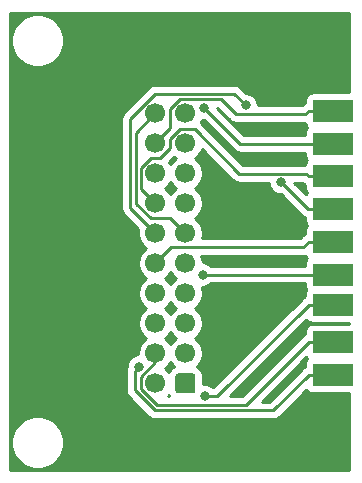
<source format=gbr>
%TF.GenerationSoftware,KiCad,Pcbnew,(5.1.9)-1*%
%TF.CreationDate,2021-07-05T16:45:00-04:00*%
%TF.ProjectId,Amiga2MacFloppy,416d6967-6132-44d6-9163-466c6f707079,1.0*%
%TF.SameCoordinates,Original*%
%TF.FileFunction,Copper,L2,Bot*%
%TF.FilePolarity,Positive*%
%FSLAX46Y46*%
G04 Gerber Fmt 4.6, Leading zero omitted, Abs format (unit mm)*
G04 Created by KiCad (PCBNEW (5.1.9)-1) date 2021-07-05 16:45:00*
%MOMM*%
%LPD*%
G01*
G04 APERTURE LIST*
%TA.AperFunction,ComponentPad*%
%ADD10C,1.700000*%
%TD*%
%TA.AperFunction,SMDPad,CuDef*%
%ADD11R,3.480000X1.846667*%
%TD*%
%TA.AperFunction,ViaPad*%
%ADD12C,0.800000*%
%TD*%
%TA.AperFunction,Conductor*%
%ADD13C,0.250000*%
%TD*%
%TA.AperFunction,NonConductor*%
%ADD14C,0.254000*%
%TD*%
%TA.AperFunction,NonConductor*%
%ADD15C,0.100000*%
%TD*%
G04 APERTURE END LIST*
D10*
%TO.P,J2,20*%
%TO.N,PWM*%
X143428000Y-97333000D03*
%TO.P,J2,18*%
%TO.N,WR*%
X143428000Y-99873000D03*
%TO.P,J2,16*%
%TO.N,RD*%
X143428000Y-102413000D03*
%TO.P,J2,14*%
%TO.N,_ENABLE*%
X143428000Y-104953000D03*
%TO.P,J2,12*%
%TO.N,SEL*%
X143428000Y-107493000D03*
%TO.P,J2,10*%
%TO.N,_DKWE*%
X143428000Y-110033000D03*
%TO.P,J2,8*%
%TO.N,PH3*%
X143428000Y-112573000D03*
%TO.P,J2,6*%
%TO.N,PH2*%
X143428000Y-115113000D03*
%TO.P,J2,4*%
%TO.N,DIR*%
X143428000Y-117653000D03*
%TO.P,J2,2*%
%TO.N,PH0*%
X143428000Y-120193000D03*
%TO.P,J2,19*%
%TO.N,N/C*%
X145968000Y-97333000D03*
%TO.P,J2,17*%
X145968000Y-99873000D03*
%TO.P,J2,15*%
%TO.N,+12V*%
X145968000Y-102413000D03*
%TO.P,J2,13*%
X145968000Y-104953000D03*
%TO.P,J2,11*%
%TO.N,PWM*%
X145968000Y-107493000D03*
%TO.P,J2,9*%
%TO.N,N/C*%
X145968000Y-110033000D03*
%TO.P,J2,7*%
%TO.N,GND*%
X145968000Y-112573000D03*
%TO.P,J2,5*%
X145968000Y-115113000D03*
%TO.P,J2,3*%
X145968000Y-117653000D03*
%TO.P,J2,1*%
%TA.AperFunction,ComponentPad*%
G36*
G01*
X146818000Y-119593000D02*
X146818000Y-120793000D01*
G75*
G02*
X146568000Y-121043000I-250000J0D01*
G01*
X145368000Y-121043000D01*
G75*
G02*
X145118000Y-120793000I0J250000D01*
G01*
X145118000Y-119593000D01*
G75*
G02*
X145368000Y-119343000I250000J0D01*
G01*
X146568000Y-119343000D01*
G75*
G02*
X146818000Y-119593000I0J-250000D01*
G01*
G37*
%TD.AperFunction*%
%TD*%
D11*
%TO.P,J5,11*%
%TO.N,PH0*%
X158468000Y-119465000D03*
%TO.P,J5,12*%
%TO.N,DIR*%
X158468000Y-116695000D03*
%TO.P,J5,13*%
%TO.N,PH2*%
X158468000Y-113527000D03*
%TO.P,J5,14*%
%TO.N,PH3*%
X158468000Y-110982000D03*
%TO.P,J5,15*%
%TO.N,_DKWE*%
X158468000Y-108212000D03*
%TO.P,J5,16*%
%TO.N,SEL*%
X158468000Y-105442000D03*
%TO.P,J5,17*%
%TO.N,_ENABLE*%
X158468000Y-102672000D03*
%TO.P,J5,18*%
%TO.N,RD*%
X158468000Y-99902000D03*
%TO.P,J5,19*%
%TO.N,WR*%
X158468000Y-97132000D03*
%TD*%
D12*
%TO.N,RD*%
X147571600Y-96863000D03*
%TO.N,PH0*%
X142022900Y-118787900D03*
%TO.N,SEL*%
X151073700Y-96665800D03*
X154072900Y-103163000D03*
%TO.N,PH3*%
X147430800Y-110982000D03*
%TO.N,PH2*%
X147631300Y-121297700D03*
%TD*%
D13*
%TO.N,DIR*%
X156402700Y-116695000D02*
X151074700Y-122023000D01*
X151074700Y-122023000D02*
X143566800Y-122023000D01*
X143566800Y-122023000D02*
X142181700Y-120637900D01*
X142181700Y-120637900D02*
X142181700Y-119654900D01*
X142181700Y-119654900D02*
X143428000Y-118408600D01*
X143428000Y-118408600D02*
X143428000Y-117653000D01*
X158468000Y-116695000D02*
X156402700Y-116695000D01*
%TO.N,_DKWE*%
X158468000Y-108212000D02*
X156402700Y-108212000D01*
X156402700Y-108212000D02*
X155943000Y-108671700D01*
X155943000Y-108671700D02*
X144789300Y-108671700D01*
X144789300Y-108671700D02*
X143428000Y-110033000D01*
%TO.N,WR*%
X143428000Y-99873000D02*
X144698000Y-98603000D01*
X144698000Y-98603000D02*
X144698000Y-96928400D01*
X144698000Y-96928400D02*
X145506200Y-96120200D01*
X145506200Y-96120200D02*
X148995000Y-96120200D01*
X148995000Y-96120200D02*
X150276900Y-97402100D01*
X150276900Y-97402100D02*
X156132600Y-97402100D01*
X156132600Y-97402100D02*
X156402700Y-97132000D01*
X158468000Y-97132000D02*
X156402700Y-97132000D01*
%TO.N,RD*%
X158468000Y-99902000D02*
X150610600Y-99902000D01*
X150610600Y-99902000D02*
X147571600Y-96863000D01*
%TO.N,PWM*%
X145968000Y-107493000D02*
X144698000Y-106223000D01*
X144698000Y-106223000D02*
X143016700Y-106223000D01*
X143016700Y-106223000D02*
X141795100Y-105001400D01*
X141795100Y-105001400D02*
X141795100Y-98965900D01*
X141795100Y-98965900D02*
X143428000Y-97333000D01*
%TO.N,PH0*%
X158468000Y-119465000D02*
X156402700Y-119465000D01*
X156402700Y-119465000D02*
X153372800Y-122494900D01*
X153372800Y-122494900D02*
X143401800Y-122494900D01*
X143401800Y-122494900D02*
X141676900Y-120770000D01*
X141676900Y-120770000D02*
X141676900Y-119133900D01*
X141676900Y-119133900D02*
X142022900Y-118787900D01*
%TO.N,SEL*%
X151073700Y-96665800D02*
X150067000Y-95659100D01*
X150067000Y-95659100D02*
X143424200Y-95659100D01*
X143424200Y-95659100D02*
X141307100Y-97776200D01*
X141307100Y-97776200D02*
X141307100Y-105372100D01*
X141307100Y-105372100D02*
X143428000Y-107493000D01*
X158468000Y-105442000D02*
X156351900Y-105442000D01*
X156351900Y-105442000D02*
X154072900Y-103163000D01*
%TO.N,PH3*%
X158468000Y-110982000D02*
X147430800Y-110982000D01*
%TO.N,PH2*%
X156402700Y-113527000D02*
X148632000Y-121297700D01*
X148632000Y-121297700D02*
X147631300Y-121297700D01*
X158468000Y-113527000D02*
X156402700Y-113527000D01*
%TO.N,_ENABLE*%
X156402700Y-102672000D02*
X156168400Y-102437700D01*
X156168400Y-102437700D02*
X150518300Y-102437700D01*
X150518300Y-102437700D02*
X146739900Y-98659300D01*
X146739900Y-98659300D02*
X145515300Y-98659300D01*
X145515300Y-98659300D02*
X144698000Y-99476600D01*
X144698000Y-99476600D02*
X144698000Y-100269400D01*
X144698000Y-100269400D02*
X143824400Y-101143000D01*
X143824400Y-101143000D02*
X143034800Y-101143000D01*
X143034800Y-101143000D02*
X142245400Y-101932400D01*
X142245400Y-101932400D02*
X142245400Y-103770400D01*
X142245400Y-103770400D02*
X143428000Y-104953000D01*
X158468000Y-102672000D02*
X156402700Y-102672000D01*
%TD*%
D14*
X159807760Y-95570595D02*
X156728000Y-95570595D01*
X156603518Y-95582855D01*
X156483820Y-95619165D01*
X156373506Y-95678130D01*
X156276815Y-95757482D01*
X156197463Y-95854173D01*
X156138498Y-95964487D01*
X156102188Y-96084185D01*
X156089928Y-96208667D01*
X156089928Y-96437425D01*
X155978424Y-96497026D01*
X155862699Y-96591999D01*
X155838896Y-96621003D01*
X155817799Y-96642100D01*
X152108700Y-96642100D01*
X152108700Y-96563861D01*
X152068926Y-96363902D01*
X151990905Y-96175544D01*
X151877637Y-96006026D01*
X151733474Y-95861863D01*
X151563956Y-95748595D01*
X151375598Y-95670574D01*
X151175639Y-95630800D01*
X151113502Y-95630800D01*
X150630804Y-95148102D01*
X150607001Y-95119099D01*
X150491276Y-95024126D01*
X150359247Y-94953554D01*
X150215986Y-94910097D01*
X150104333Y-94899100D01*
X150104322Y-94899100D01*
X150067000Y-94895424D01*
X150029678Y-94899100D01*
X143461533Y-94899100D01*
X143424200Y-94895423D01*
X143386867Y-94899100D01*
X143275214Y-94910097D01*
X143131953Y-94953554D01*
X142999924Y-95024126D01*
X142884199Y-95119099D01*
X142860401Y-95148097D01*
X140796103Y-97212396D01*
X140767099Y-97236199D01*
X140730344Y-97280986D01*
X140672126Y-97351924D01*
X140609867Y-97468401D01*
X140601554Y-97483954D01*
X140558097Y-97627215D01*
X140547100Y-97738868D01*
X140547100Y-97738878D01*
X140543424Y-97776200D01*
X140547100Y-97813522D01*
X140547101Y-105334768D01*
X140543424Y-105372100D01*
X140547101Y-105409433D01*
X140558098Y-105521086D01*
X140571280Y-105564542D01*
X140601554Y-105664346D01*
X140672126Y-105796376D01*
X140729492Y-105866276D01*
X140767100Y-105912101D01*
X140796098Y-105935899D01*
X141986790Y-107126592D01*
X141943000Y-107346740D01*
X141943000Y-107639260D01*
X142000068Y-107926158D01*
X142112010Y-108196411D01*
X142274525Y-108439632D01*
X142481368Y-108646475D01*
X142655760Y-108763000D01*
X142481368Y-108879525D01*
X142274525Y-109086368D01*
X142112010Y-109329589D01*
X142000068Y-109599842D01*
X141943000Y-109886740D01*
X141943000Y-110179260D01*
X142000068Y-110466158D01*
X142112010Y-110736411D01*
X142274525Y-110979632D01*
X142481368Y-111186475D01*
X142655760Y-111303000D01*
X142481368Y-111419525D01*
X142274525Y-111626368D01*
X142112010Y-111869589D01*
X142000068Y-112139842D01*
X141943000Y-112426740D01*
X141943000Y-112719260D01*
X142000068Y-113006158D01*
X142112010Y-113276411D01*
X142274525Y-113519632D01*
X142481368Y-113726475D01*
X142655760Y-113843000D01*
X142481368Y-113959525D01*
X142274525Y-114166368D01*
X142112010Y-114409589D01*
X142000068Y-114679842D01*
X141943000Y-114966740D01*
X141943000Y-115259260D01*
X142000068Y-115546158D01*
X142112010Y-115816411D01*
X142274525Y-116059632D01*
X142481368Y-116266475D01*
X142655760Y-116383000D01*
X142481368Y-116499525D01*
X142274525Y-116706368D01*
X142112010Y-116949589D01*
X142000068Y-117219842D01*
X141943000Y-117506740D01*
X141943000Y-117752900D01*
X141920961Y-117752900D01*
X141721002Y-117792674D01*
X141532644Y-117870695D01*
X141363126Y-117983963D01*
X141218963Y-118128126D01*
X141105695Y-118297644D01*
X141027674Y-118486002D01*
X140987900Y-118685961D01*
X140987900Y-118810699D01*
X140971354Y-118841654D01*
X140946073Y-118924999D01*
X140932729Y-118968990D01*
X140927898Y-118984915D01*
X140913224Y-119133900D01*
X140916901Y-119171232D01*
X140916900Y-120732677D01*
X140913224Y-120770000D01*
X140916900Y-120807322D01*
X140916900Y-120807332D01*
X140927897Y-120918985D01*
X140954127Y-121005454D01*
X140971354Y-121062246D01*
X141041926Y-121194276D01*
X141081771Y-121242826D01*
X141136899Y-121310001D01*
X141165903Y-121333804D01*
X142838001Y-123005903D01*
X142861799Y-123034901D01*
X142890797Y-123058699D01*
X142977523Y-123129874D01*
X143109553Y-123200446D01*
X143252814Y-123243903D01*
X143364467Y-123254900D01*
X143364477Y-123254900D01*
X143401800Y-123258576D01*
X143439123Y-123254900D01*
X153335478Y-123254900D01*
X153372800Y-123258576D01*
X153410122Y-123254900D01*
X153410133Y-123254900D01*
X153521786Y-123243903D01*
X153665047Y-123200446D01*
X153797076Y-123129874D01*
X153912801Y-123034901D01*
X153936604Y-123005897D01*
X156198460Y-120744042D01*
X156276815Y-120839518D01*
X156373506Y-120918870D01*
X156483820Y-120977835D01*
X156603518Y-121014145D01*
X156728000Y-121026405D01*
X159807761Y-121026405D01*
X159807761Y-127532960D01*
X131127760Y-127532960D01*
X131127760Y-124972832D01*
X131233000Y-124972832D01*
X131233000Y-125413088D01*
X131318890Y-125844885D01*
X131487369Y-126251629D01*
X131731962Y-126617689D01*
X132043271Y-126928998D01*
X132409331Y-127173591D01*
X132816075Y-127342070D01*
X133247872Y-127427960D01*
X133688128Y-127427960D01*
X134119925Y-127342070D01*
X134526669Y-127173591D01*
X134892729Y-126928998D01*
X135204038Y-126617689D01*
X135448631Y-126251629D01*
X135617110Y-125844885D01*
X135703000Y-125413088D01*
X135703000Y-124972832D01*
X135617110Y-124541035D01*
X135448631Y-124134291D01*
X135204038Y-123768231D01*
X134892729Y-123456922D01*
X134526669Y-123212329D01*
X134119925Y-123043850D01*
X133688128Y-122957960D01*
X133247872Y-122957960D01*
X132816075Y-123043850D01*
X132409331Y-123212329D01*
X132043271Y-123456922D01*
X131731962Y-123768231D01*
X131487369Y-124134291D01*
X131318890Y-124541035D01*
X131233000Y-124972832D01*
X131127760Y-124972832D01*
X131127760Y-90972872D01*
X131233000Y-90972872D01*
X131233000Y-91413128D01*
X131318890Y-91844925D01*
X131487369Y-92251669D01*
X131731962Y-92617729D01*
X132043271Y-92929038D01*
X132409331Y-93173631D01*
X132816075Y-93342110D01*
X133247872Y-93428000D01*
X133688128Y-93428000D01*
X134119925Y-93342110D01*
X134526669Y-93173631D01*
X134892729Y-92929038D01*
X135204038Y-92617729D01*
X135448631Y-92251669D01*
X135617110Y-91844925D01*
X135703000Y-91413128D01*
X135703000Y-90972872D01*
X135617110Y-90541075D01*
X135448631Y-90134331D01*
X135204038Y-89768271D01*
X134892729Y-89456962D01*
X134526669Y-89212369D01*
X134119925Y-89043890D01*
X133688128Y-88958000D01*
X133247872Y-88958000D01*
X132816075Y-89043890D01*
X132409331Y-89212369D01*
X132043271Y-89456962D01*
X131731962Y-89768271D01*
X131487369Y-90134331D01*
X131318890Y-90541075D01*
X131233000Y-90972872D01*
X131127760Y-90972872D01*
X131127760Y-88852960D01*
X159807760Y-88852960D01*
X159807760Y-95570595D01*
%TA.AperFunction,NonConductor*%
D15*
G36*
X159807760Y-95570595D02*
G01*
X156728000Y-95570595D01*
X156603518Y-95582855D01*
X156483820Y-95619165D01*
X156373506Y-95678130D01*
X156276815Y-95757482D01*
X156197463Y-95854173D01*
X156138498Y-95964487D01*
X156102188Y-96084185D01*
X156089928Y-96208667D01*
X156089928Y-96437425D01*
X155978424Y-96497026D01*
X155862699Y-96591999D01*
X155838896Y-96621003D01*
X155817799Y-96642100D01*
X152108700Y-96642100D01*
X152108700Y-96563861D01*
X152068926Y-96363902D01*
X151990905Y-96175544D01*
X151877637Y-96006026D01*
X151733474Y-95861863D01*
X151563956Y-95748595D01*
X151375598Y-95670574D01*
X151175639Y-95630800D01*
X151113502Y-95630800D01*
X150630804Y-95148102D01*
X150607001Y-95119099D01*
X150491276Y-95024126D01*
X150359247Y-94953554D01*
X150215986Y-94910097D01*
X150104333Y-94899100D01*
X150104322Y-94899100D01*
X150067000Y-94895424D01*
X150029678Y-94899100D01*
X143461533Y-94899100D01*
X143424200Y-94895423D01*
X143386867Y-94899100D01*
X143275214Y-94910097D01*
X143131953Y-94953554D01*
X142999924Y-95024126D01*
X142884199Y-95119099D01*
X142860401Y-95148097D01*
X140796103Y-97212396D01*
X140767099Y-97236199D01*
X140730344Y-97280986D01*
X140672126Y-97351924D01*
X140609867Y-97468401D01*
X140601554Y-97483954D01*
X140558097Y-97627215D01*
X140547100Y-97738868D01*
X140547100Y-97738878D01*
X140543424Y-97776200D01*
X140547100Y-97813522D01*
X140547101Y-105334768D01*
X140543424Y-105372100D01*
X140547101Y-105409433D01*
X140558098Y-105521086D01*
X140571280Y-105564542D01*
X140601554Y-105664346D01*
X140672126Y-105796376D01*
X140729492Y-105866276D01*
X140767100Y-105912101D01*
X140796098Y-105935899D01*
X141986790Y-107126592D01*
X141943000Y-107346740D01*
X141943000Y-107639260D01*
X142000068Y-107926158D01*
X142112010Y-108196411D01*
X142274525Y-108439632D01*
X142481368Y-108646475D01*
X142655760Y-108763000D01*
X142481368Y-108879525D01*
X142274525Y-109086368D01*
X142112010Y-109329589D01*
X142000068Y-109599842D01*
X141943000Y-109886740D01*
X141943000Y-110179260D01*
X142000068Y-110466158D01*
X142112010Y-110736411D01*
X142274525Y-110979632D01*
X142481368Y-111186475D01*
X142655760Y-111303000D01*
X142481368Y-111419525D01*
X142274525Y-111626368D01*
X142112010Y-111869589D01*
X142000068Y-112139842D01*
X141943000Y-112426740D01*
X141943000Y-112719260D01*
X142000068Y-113006158D01*
X142112010Y-113276411D01*
X142274525Y-113519632D01*
X142481368Y-113726475D01*
X142655760Y-113843000D01*
X142481368Y-113959525D01*
X142274525Y-114166368D01*
X142112010Y-114409589D01*
X142000068Y-114679842D01*
X141943000Y-114966740D01*
X141943000Y-115259260D01*
X142000068Y-115546158D01*
X142112010Y-115816411D01*
X142274525Y-116059632D01*
X142481368Y-116266475D01*
X142655760Y-116383000D01*
X142481368Y-116499525D01*
X142274525Y-116706368D01*
X142112010Y-116949589D01*
X142000068Y-117219842D01*
X141943000Y-117506740D01*
X141943000Y-117752900D01*
X141920961Y-117752900D01*
X141721002Y-117792674D01*
X141532644Y-117870695D01*
X141363126Y-117983963D01*
X141218963Y-118128126D01*
X141105695Y-118297644D01*
X141027674Y-118486002D01*
X140987900Y-118685961D01*
X140987900Y-118810699D01*
X140971354Y-118841654D01*
X140946073Y-118924999D01*
X140932729Y-118968990D01*
X140927898Y-118984915D01*
X140913224Y-119133900D01*
X140916901Y-119171232D01*
X140916900Y-120732677D01*
X140913224Y-120770000D01*
X140916900Y-120807322D01*
X140916900Y-120807332D01*
X140927897Y-120918985D01*
X140954127Y-121005454D01*
X140971354Y-121062246D01*
X141041926Y-121194276D01*
X141081771Y-121242826D01*
X141136899Y-121310001D01*
X141165903Y-121333804D01*
X142838001Y-123005903D01*
X142861799Y-123034901D01*
X142890797Y-123058699D01*
X142977523Y-123129874D01*
X143109553Y-123200446D01*
X143252814Y-123243903D01*
X143364467Y-123254900D01*
X143364477Y-123254900D01*
X143401800Y-123258576D01*
X143439123Y-123254900D01*
X153335478Y-123254900D01*
X153372800Y-123258576D01*
X153410122Y-123254900D01*
X153410133Y-123254900D01*
X153521786Y-123243903D01*
X153665047Y-123200446D01*
X153797076Y-123129874D01*
X153912801Y-123034901D01*
X153936604Y-123005897D01*
X156198460Y-120744042D01*
X156276815Y-120839518D01*
X156373506Y-120918870D01*
X156483820Y-120977835D01*
X156603518Y-121014145D01*
X156728000Y-121026405D01*
X159807761Y-121026405D01*
X159807761Y-127532960D01*
X131127760Y-127532960D01*
X131127760Y-124972832D01*
X131233000Y-124972832D01*
X131233000Y-125413088D01*
X131318890Y-125844885D01*
X131487369Y-126251629D01*
X131731962Y-126617689D01*
X132043271Y-126928998D01*
X132409331Y-127173591D01*
X132816075Y-127342070D01*
X133247872Y-127427960D01*
X133688128Y-127427960D01*
X134119925Y-127342070D01*
X134526669Y-127173591D01*
X134892729Y-126928998D01*
X135204038Y-126617689D01*
X135448631Y-126251629D01*
X135617110Y-125844885D01*
X135703000Y-125413088D01*
X135703000Y-124972832D01*
X135617110Y-124541035D01*
X135448631Y-124134291D01*
X135204038Y-123768231D01*
X134892729Y-123456922D01*
X134526669Y-123212329D01*
X134119925Y-123043850D01*
X133688128Y-122957960D01*
X133247872Y-122957960D01*
X132816075Y-123043850D01*
X132409331Y-123212329D01*
X132043271Y-123456922D01*
X131731962Y-123768231D01*
X131487369Y-124134291D01*
X131318890Y-124541035D01*
X131233000Y-124972832D01*
X131127760Y-124972832D01*
X131127760Y-90972872D01*
X131233000Y-90972872D01*
X131233000Y-91413128D01*
X131318890Y-91844925D01*
X131487369Y-92251669D01*
X131731962Y-92617729D01*
X132043271Y-92929038D01*
X132409331Y-93173631D01*
X132816075Y-93342110D01*
X133247872Y-93428000D01*
X133688128Y-93428000D01*
X134119925Y-93342110D01*
X134526669Y-93173631D01*
X134892729Y-92929038D01*
X135204038Y-92617729D01*
X135448631Y-92251669D01*
X135617110Y-91844925D01*
X135703000Y-91413128D01*
X135703000Y-90972872D01*
X135617110Y-90541075D01*
X135448631Y-90134331D01*
X135204038Y-89768271D01*
X134892729Y-89456962D01*
X134526669Y-89212369D01*
X134119925Y-89043890D01*
X133688128Y-88958000D01*
X133247872Y-88958000D01*
X132816075Y-89043890D01*
X132409331Y-89212369D01*
X132043271Y-89456962D01*
X131731962Y-89768271D01*
X131487369Y-90134331D01*
X131318890Y-90541075D01*
X131233000Y-90972872D01*
X131127760Y-90972872D01*
X131127760Y-88852960D01*
X159807760Y-88852960D01*
X159807760Y-95570595D01*
G37*
%TD.AperFunction*%
D14*
X156276815Y-118069518D02*
X156289587Y-118080000D01*
X156276815Y-118090482D01*
X156197463Y-118187173D01*
X156138498Y-118297487D01*
X156102188Y-118417185D01*
X156089928Y-118541667D01*
X156089928Y-118770425D01*
X155978424Y-118830026D01*
X155862699Y-118924999D01*
X155838901Y-118953997D01*
X153057999Y-121734900D01*
X152437601Y-121734900D01*
X156198460Y-117974042D01*
X156276815Y-118069518D01*
%TA.AperFunction,NonConductor*%
D15*
G36*
X156276815Y-118069518D02*
G01*
X156289587Y-118080000D01*
X156276815Y-118090482D01*
X156197463Y-118187173D01*
X156138498Y-118297487D01*
X156102188Y-118417185D01*
X156089928Y-118541667D01*
X156089928Y-118770425D01*
X155978424Y-118830026D01*
X155862699Y-118924999D01*
X155838901Y-118953997D01*
X153057999Y-121734900D01*
X152437601Y-121734900D01*
X156198460Y-117974042D01*
X156276815Y-118069518D01*
G37*
%TD.AperFunction*%
D14*
X156276815Y-114901518D02*
X156373506Y-114980870D01*
X156483820Y-115039835D01*
X156603518Y-115076145D01*
X156728000Y-115088405D01*
X159807761Y-115088405D01*
X159807761Y-115133595D01*
X156728000Y-115133595D01*
X156603518Y-115145855D01*
X156483820Y-115182165D01*
X156373506Y-115241130D01*
X156276815Y-115320482D01*
X156197463Y-115417173D01*
X156138498Y-115527487D01*
X156102188Y-115647185D01*
X156089928Y-115771667D01*
X156089928Y-116000425D01*
X155978424Y-116060026D01*
X155862699Y-116154999D01*
X155838901Y-116183997D01*
X150759899Y-121263000D01*
X149741501Y-121263000D01*
X156198460Y-114806042D01*
X156276815Y-114901518D01*
%TA.AperFunction,NonConductor*%
D15*
G36*
X156276815Y-114901518D02*
G01*
X156373506Y-114980870D01*
X156483820Y-115039835D01*
X156603518Y-115076145D01*
X156728000Y-115088405D01*
X159807761Y-115088405D01*
X159807761Y-115133595D01*
X156728000Y-115133595D01*
X156603518Y-115145855D01*
X156483820Y-115182165D01*
X156373506Y-115241130D01*
X156276815Y-115320482D01*
X156197463Y-115417173D01*
X156138498Y-115527487D01*
X156102188Y-115647185D01*
X156089928Y-115771667D01*
X156089928Y-116000425D01*
X155978424Y-116060026D01*
X155862699Y-116154999D01*
X155838901Y-116183997D01*
X150759899Y-121263000D01*
X149741501Y-121263000D01*
X156198460Y-114806042D01*
X156276815Y-114901518D01*
G37*
%TD.AperFunction*%
D14*
X144617095Y-121263000D02*
X144458107Y-121263000D01*
X144561715Y-121159392D01*
X144617095Y-121263000D01*
%TA.AperFunction,NonConductor*%
D15*
G36*
X144617095Y-121263000D02*
G01*
X144458107Y-121263000D01*
X144561715Y-121159392D01*
X144617095Y-121263000D01*
G37*
%TD.AperFunction*%
D14*
X156089928Y-111905333D02*
X156102188Y-112029815D01*
X156138498Y-112149513D01*
X156194616Y-112254500D01*
X156138498Y-112359487D01*
X156102188Y-112479185D01*
X156089928Y-112603667D01*
X156089928Y-112832425D01*
X155978424Y-112892026D01*
X155862699Y-112986999D01*
X155838901Y-113015997D01*
X148326105Y-120528794D01*
X148291074Y-120493763D01*
X148121556Y-120380495D01*
X147933198Y-120302474D01*
X147733239Y-120262700D01*
X147529361Y-120262700D01*
X147456072Y-120277278D01*
X147456072Y-119593000D01*
X147439008Y-119419746D01*
X147388472Y-119253150D01*
X147306405Y-119099614D01*
X147195962Y-118965038D01*
X147061386Y-118854595D01*
X146934392Y-118786715D01*
X147121475Y-118599632D01*
X147283990Y-118356411D01*
X147395932Y-118086158D01*
X147453000Y-117799260D01*
X147453000Y-117506740D01*
X147395932Y-117219842D01*
X147283990Y-116949589D01*
X147121475Y-116706368D01*
X146914632Y-116499525D01*
X146740240Y-116383000D01*
X146914632Y-116266475D01*
X147121475Y-116059632D01*
X147283990Y-115816411D01*
X147395932Y-115546158D01*
X147453000Y-115259260D01*
X147453000Y-114966740D01*
X147395932Y-114679842D01*
X147283990Y-114409589D01*
X147121475Y-114166368D01*
X146914632Y-113959525D01*
X146740240Y-113843000D01*
X146914632Y-113726475D01*
X147121475Y-113519632D01*
X147283990Y-113276411D01*
X147395932Y-113006158D01*
X147453000Y-112719260D01*
X147453000Y-112426740D01*
X147395932Y-112139842D01*
X147345049Y-112017000D01*
X147532739Y-112017000D01*
X147732698Y-111977226D01*
X147921056Y-111899205D01*
X148090574Y-111785937D01*
X148134511Y-111742000D01*
X156089928Y-111742000D01*
X156089928Y-111905333D01*
%TA.AperFunction,NonConductor*%
D15*
G36*
X156089928Y-111905333D02*
G01*
X156102188Y-112029815D01*
X156138498Y-112149513D01*
X156194616Y-112254500D01*
X156138498Y-112359487D01*
X156102188Y-112479185D01*
X156089928Y-112603667D01*
X156089928Y-112832425D01*
X155978424Y-112892026D01*
X155862699Y-112986999D01*
X155838901Y-113015997D01*
X148326105Y-120528794D01*
X148291074Y-120493763D01*
X148121556Y-120380495D01*
X147933198Y-120302474D01*
X147733239Y-120262700D01*
X147529361Y-120262700D01*
X147456072Y-120277278D01*
X147456072Y-119593000D01*
X147439008Y-119419746D01*
X147388472Y-119253150D01*
X147306405Y-119099614D01*
X147195962Y-118965038D01*
X147061386Y-118854595D01*
X146934392Y-118786715D01*
X147121475Y-118599632D01*
X147283990Y-118356411D01*
X147395932Y-118086158D01*
X147453000Y-117799260D01*
X147453000Y-117506740D01*
X147395932Y-117219842D01*
X147283990Y-116949589D01*
X147121475Y-116706368D01*
X146914632Y-116499525D01*
X146740240Y-116383000D01*
X146914632Y-116266475D01*
X147121475Y-116059632D01*
X147283990Y-115816411D01*
X147395932Y-115546158D01*
X147453000Y-115259260D01*
X147453000Y-114966740D01*
X147395932Y-114679842D01*
X147283990Y-114409589D01*
X147121475Y-114166368D01*
X146914632Y-113959525D01*
X146740240Y-113843000D01*
X146914632Y-113726475D01*
X147121475Y-113519632D01*
X147283990Y-113276411D01*
X147395932Y-113006158D01*
X147453000Y-112719260D01*
X147453000Y-112426740D01*
X147395932Y-112139842D01*
X147345049Y-112017000D01*
X147532739Y-112017000D01*
X147732698Y-111977226D01*
X147921056Y-111899205D01*
X148090574Y-111785937D01*
X148134511Y-111742000D01*
X156089928Y-111742000D01*
X156089928Y-111905333D01*
G37*
%TD.AperFunction*%
D14*
X144814525Y-118599632D02*
X145001608Y-118786715D01*
X144874614Y-118854595D01*
X144740038Y-118965038D01*
X144629595Y-119099614D01*
X144561715Y-119226608D01*
X144374632Y-119039525D01*
X144200240Y-118923000D01*
X144374632Y-118806475D01*
X144581475Y-118599632D01*
X144698000Y-118425240D01*
X144814525Y-118599632D01*
%TA.AperFunction,NonConductor*%
D15*
G36*
X144814525Y-118599632D02*
G01*
X145001608Y-118786715D01*
X144874614Y-118854595D01*
X144740038Y-118965038D01*
X144629595Y-119099614D01*
X144561715Y-119226608D01*
X144374632Y-119039525D01*
X144200240Y-118923000D01*
X144374632Y-118806475D01*
X144581475Y-118599632D01*
X144698000Y-118425240D01*
X144814525Y-118599632D01*
G37*
%TD.AperFunction*%
D14*
X144814525Y-116059632D02*
X145021368Y-116266475D01*
X145195760Y-116383000D01*
X145021368Y-116499525D01*
X144814525Y-116706368D01*
X144698000Y-116880760D01*
X144581475Y-116706368D01*
X144374632Y-116499525D01*
X144200240Y-116383000D01*
X144374632Y-116266475D01*
X144581475Y-116059632D01*
X144698000Y-115885240D01*
X144814525Y-116059632D01*
%TA.AperFunction,NonConductor*%
D15*
G36*
X144814525Y-116059632D02*
G01*
X145021368Y-116266475D01*
X145195760Y-116383000D01*
X145021368Y-116499525D01*
X144814525Y-116706368D01*
X144698000Y-116880760D01*
X144581475Y-116706368D01*
X144374632Y-116499525D01*
X144200240Y-116383000D01*
X144374632Y-116266475D01*
X144581475Y-116059632D01*
X144698000Y-115885240D01*
X144814525Y-116059632D01*
G37*
%TD.AperFunction*%
D14*
X144814525Y-113519632D02*
X145021368Y-113726475D01*
X145195760Y-113843000D01*
X145021368Y-113959525D01*
X144814525Y-114166368D01*
X144698000Y-114340760D01*
X144581475Y-114166368D01*
X144374632Y-113959525D01*
X144200240Y-113843000D01*
X144374632Y-113726475D01*
X144581475Y-113519632D01*
X144698000Y-113345240D01*
X144814525Y-113519632D01*
%TA.AperFunction,NonConductor*%
D15*
G36*
X144814525Y-113519632D02*
G01*
X145021368Y-113726475D01*
X145195760Y-113843000D01*
X145021368Y-113959525D01*
X144814525Y-114166368D01*
X144698000Y-114340760D01*
X144581475Y-114166368D01*
X144374632Y-113959525D01*
X144200240Y-113843000D01*
X144374632Y-113726475D01*
X144581475Y-113519632D01*
X144698000Y-113345240D01*
X144814525Y-113519632D01*
G37*
%TD.AperFunction*%
D14*
X144814525Y-110979632D02*
X145021368Y-111186475D01*
X145195760Y-111303000D01*
X145021368Y-111419525D01*
X144814525Y-111626368D01*
X144698000Y-111800760D01*
X144581475Y-111626368D01*
X144374632Y-111419525D01*
X144200240Y-111303000D01*
X144374632Y-111186475D01*
X144581475Y-110979632D01*
X144698000Y-110805240D01*
X144814525Y-110979632D01*
%TA.AperFunction,NonConductor*%
D15*
G36*
X144814525Y-110979632D02*
G01*
X145021368Y-111186475D01*
X145195760Y-111303000D01*
X145021368Y-111419525D01*
X144814525Y-111626368D01*
X144698000Y-111800760D01*
X144581475Y-111626368D01*
X144374632Y-111419525D01*
X144200240Y-111303000D01*
X144374632Y-111186475D01*
X144581475Y-110979632D01*
X144698000Y-110805240D01*
X144814525Y-110979632D01*
G37*
%TD.AperFunction*%
D14*
X156197463Y-109489827D02*
X156276815Y-109586518D01*
X156289587Y-109597000D01*
X156276815Y-109607482D01*
X156197463Y-109704173D01*
X156138498Y-109814487D01*
X156102188Y-109934185D01*
X156089928Y-110058667D01*
X156089928Y-110222000D01*
X148134511Y-110222000D01*
X148090574Y-110178063D01*
X147921056Y-110064795D01*
X147732698Y-109986774D01*
X147532739Y-109947000D01*
X147453000Y-109947000D01*
X147453000Y-109886740D01*
X147395932Y-109599842D01*
X147326286Y-109431700D01*
X155905678Y-109431700D01*
X155943000Y-109435376D01*
X155980322Y-109431700D01*
X155980333Y-109431700D01*
X156091986Y-109420703D01*
X156150954Y-109402816D01*
X156197463Y-109489827D01*
%TA.AperFunction,NonConductor*%
D15*
G36*
X156197463Y-109489827D02*
G01*
X156276815Y-109586518D01*
X156289587Y-109597000D01*
X156276815Y-109607482D01*
X156197463Y-109704173D01*
X156138498Y-109814487D01*
X156102188Y-109934185D01*
X156089928Y-110058667D01*
X156089928Y-110222000D01*
X148134511Y-110222000D01*
X148090574Y-110178063D01*
X147921056Y-110064795D01*
X147732698Y-109986774D01*
X147532739Y-109947000D01*
X147453000Y-109947000D01*
X147453000Y-109886740D01*
X147395932Y-109599842D01*
X147326286Y-109431700D01*
X155905678Y-109431700D01*
X155943000Y-109435376D01*
X155980322Y-109431700D01*
X155980333Y-109431700D01*
X156091986Y-109420703D01*
X156150954Y-109402816D01*
X156197463Y-109489827D01*
G37*
%TD.AperFunction*%
D14*
X149954500Y-102948702D02*
X149978299Y-102977701D01*
X150007297Y-103001499D01*
X150094024Y-103072674D01*
X150226053Y-103143246D01*
X150369314Y-103186703D01*
X150518300Y-103201377D01*
X150555633Y-103197700D01*
X153037900Y-103197700D01*
X153037900Y-103264939D01*
X153077674Y-103464898D01*
X153155695Y-103653256D01*
X153268963Y-103822774D01*
X153413126Y-103966937D01*
X153582644Y-104080205D01*
X153771002Y-104158226D01*
X153970961Y-104198000D01*
X154033099Y-104198000D01*
X155788101Y-105953003D01*
X155811899Y-105982001D01*
X155927624Y-106076974D01*
X156059653Y-106147546D01*
X156089928Y-106156730D01*
X156089928Y-106365333D01*
X156102188Y-106489815D01*
X156138498Y-106609513D01*
X156197463Y-106719827D01*
X156276815Y-106816518D01*
X156289587Y-106827000D01*
X156276815Y-106837482D01*
X156197463Y-106934173D01*
X156138498Y-107044487D01*
X156102188Y-107164185D01*
X156089928Y-107288667D01*
X156089928Y-107517425D01*
X155978423Y-107577026D01*
X155935846Y-107611969D01*
X155862699Y-107671999D01*
X155838896Y-107701003D01*
X155628199Y-107911700D01*
X147398808Y-107911700D01*
X147453000Y-107639260D01*
X147453000Y-107346740D01*
X147395932Y-107059842D01*
X147283990Y-106789589D01*
X147121475Y-106546368D01*
X146914632Y-106339525D01*
X146740240Y-106223000D01*
X146914632Y-106106475D01*
X147121475Y-105899632D01*
X147283990Y-105656411D01*
X147395932Y-105386158D01*
X147453000Y-105099260D01*
X147453000Y-104806740D01*
X147395932Y-104519842D01*
X147283990Y-104249589D01*
X147121475Y-104006368D01*
X146914632Y-103799525D01*
X146740240Y-103683000D01*
X146914632Y-103566475D01*
X147121475Y-103359632D01*
X147283990Y-103116411D01*
X147395932Y-102846158D01*
X147453000Y-102559260D01*
X147453000Y-102266740D01*
X147395932Y-101979842D01*
X147283990Y-101709589D01*
X147121475Y-101466368D01*
X146914632Y-101259525D01*
X146740240Y-101143000D01*
X146914632Y-101026475D01*
X147121475Y-100819632D01*
X147283990Y-100576411D01*
X147371336Y-100365538D01*
X149954500Y-102948702D01*
%TA.AperFunction,NonConductor*%
D15*
G36*
X149954500Y-102948702D02*
G01*
X149978299Y-102977701D01*
X150007297Y-103001499D01*
X150094024Y-103072674D01*
X150226053Y-103143246D01*
X150369314Y-103186703D01*
X150518300Y-103201377D01*
X150555633Y-103197700D01*
X153037900Y-103197700D01*
X153037900Y-103264939D01*
X153077674Y-103464898D01*
X153155695Y-103653256D01*
X153268963Y-103822774D01*
X153413126Y-103966937D01*
X153582644Y-104080205D01*
X153771002Y-104158226D01*
X153970961Y-104198000D01*
X154033099Y-104198000D01*
X155788101Y-105953003D01*
X155811899Y-105982001D01*
X155927624Y-106076974D01*
X156059653Y-106147546D01*
X156089928Y-106156730D01*
X156089928Y-106365333D01*
X156102188Y-106489815D01*
X156138498Y-106609513D01*
X156197463Y-106719827D01*
X156276815Y-106816518D01*
X156289587Y-106827000D01*
X156276815Y-106837482D01*
X156197463Y-106934173D01*
X156138498Y-107044487D01*
X156102188Y-107164185D01*
X156089928Y-107288667D01*
X156089928Y-107517425D01*
X155978423Y-107577026D01*
X155935846Y-107611969D01*
X155862699Y-107671999D01*
X155838896Y-107701003D01*
X155628199Y-107911700D01*
X147398808Y-107911700D01*
X147453000Y-107639260D01*
X147453000Y-107346740D01*
X147395932Y-107059842D01*
X147283990Y-106789589D01*
X147121475Y-106546368D01*
X146914632Y-106339525D01*
X146740240Y-106223000D01*
X146914632Y-106106475D01*
X147121475Y-105899632D01*
X147283990Y-105656411D01*
X147395932Y-105386158D01*
X147453000Y-105099260D01*
X147453000Y-104806740D01*
X147395932Y-104519842D01*
X147283990Y-104249589D01*
X147121475Y-104006368D01*
X146914632Y-103799525D01*
X146740240Y-103683000D01*
X146914632Y-103566475D01*
X147121475Y-103359632D01*
X147283990Y-103116411D01*
X147395932Y-102846158D01*
X147453000Y-102559260D01*
X147453000Y-102266740D01*
X147395932Y-101979842D01*
X147283990Y-101709589D01*
X147121475Y-101466368D01*
X146914632Y-101259525D01*
X146740240Y-101143000D01*
X146914632Y-101026475D01*
X147121475Y-100819632D01*
X147283990Y-100576411D01*
X147371336Y-100365538D01*
X149954500Y-102948702D01*
G37*
%TD.AperFunction*%
D14*
X155862699Y-103212001D02*
X155978424Y-103306974D01*
X156089928Y-103366575D01*
X156089928Y-103595333D01*
X156102188Y-103719815D01*
X156138498Y-103839513D01*
X156197463Y-103949827D01*
X156276815Y-104046518D01*
X156289587Y-104057000D01*
X156276815Y-104067482D01*
X156197463Y-104164173D01*
X156180538Y-104195837D01*
X155182401Y-103197700D01*
X155850962Y-103197700D01*
X155862699Y-103212001D01*
%TA.AperFunction,NonConductor*%
D15*
G36*
X155862699Y-103212001D02*
G01*
X155978424Y-103306974D01*
X156089928Y-103366575D01*
X156089928Y-103595333D01*
X156102188Y-103719815D01*
X156138498Y-103839513D01*
X156197463Y-103949827D01*
X156276815Y-104046518D01*
X156289587Y-104057000D01*
X156276815Y-104067482D01*
X156197463Y-104164173D01*
X156180538Y-104195837D01*
X155182401Y-103197700D01*
X155850962Y-103197700D01*
X155862699Y-103212001D01*
G37*
%TD.AperFunction*%
D14*
X144814525Y-103359632D02*
X145021368Y-103566475D01*
X145195760Y-103683000D01*
X145021368Y-103799525D01*
X144814525Y-104006368D01*
X144698000Y-104180760D01*
X144581475Y-104006368D01*
X144374632Y-103799525D01*
X144200240Y-103683000D01*
X144374632Y-103566475D01*
X144581475Y-103359632D01*
X144698000Y-103185240D01*
X144814525Y-103359632D01*
%TA.AperFunction,NonConductor*%
D15*
G36*
X144814525Y-103359632D02*
G01*
X145021368Y-103566475D01*
X145195760Y-103683000D01*
X145021368Y-103799525D01*
X144814525Y-104006368D01*
X144698000Y-104180760D01*
X144581475Y-104006368D01*
X144374632Y-103799525D01*
X144200240Y-103683000D01*
X144374632Y-103566475D01*
X144581475Y-103359632D01*
X144698000Y-103185240D01*
X144814525Y-103359632D01*
G37*
%TD.AperFunction*%
D14*
X147469661Y-97898000D02*
X147531799Y-97898000D01*
X150046799Y-100413001D01*
X150070599Y-100442001D01*
X150099597Y-100465799D01*
X150186323Y-100536974D01*
X150265324Y-100579201D01*
X150318353Y-100607546D01*
X150461614Y-100651003D01*
X150573267Y-100662000D01*
X150573277Y-100662000D01*
X150610599Y-100665676D01*
X150647922Y-100662000D01*
X156089928Y-100662000D01*
X156089928Y-100825333D01*
X156102188Y-100949815D01*
X156138498Y-101069513D01*
X156197463Y-101179827D01*
X156276815Y-101276518D01*
X156289587Y-101287000D01*
X156276815Y-101297482D01*
X156197463Y-101394173D01*
X156138498Y-101504487D01*
X156102188Y-101624185D01*
X156096917Y-101677700D01*
X150833102Y-101677700D01*
X147303704Y-98148303D01*
X147279901Y-98119299D01*
X147246772Y-98092111D01*
X147283990Y-98036411D01*
X147351091Y-97874415D01*
X147469661Y-97898000D01*
%TA.AperFunction,NonConductor*%
D15*
G36*
X147469661Y-97898000D02*
G01*
X147531799Y-97898000D01*
X150046799Y-100413001D01*
X150070599Y-100442001D01*
X150099597Y-100465799D01*
X150186323Y-100536974D01*
X150265324Y-100579201D01*
X150318353Y-100607546D01*
X150461614Y-100651003D01*
X150573267Y-100662000D01*
X150573277Y-100662000D01*
X150610599Y-100665676D01*
X150647922Y-100662000D01*
X156089928Y-100662000D01*
X156089928Y-100825333D01*
X156102188Y-100949815D01*
X156138498Y-101069513D01*
X156197463Y-101179827D01*
X156276815Y-101276518D01*
X156289587Y-101287000D01*
X156276815Y-101297482D01*
X156197463Y-101394173D01*
X156138498Y-101504487D01*
X156102188Y-101624185D01*
X156096917Y-101677700D01*
X150833102Y-101677700D01*
X147303704Y-98148303D01*
X147279901Y-98119299D01*
X147246772Y-98092111D01*
X147283990Y-98036411D01*
X147351091Y-97874415D01*
X147469661Y-97898000D01*
G37*
%TD.AperFunction*%
D14*
X145021368Y-101026475D02*
X145195760Y-101143000D01*
X145021368Y-101259525D01*
X144814525Y-101466368D01*
X144698000Y-101640760D01*
X144581475Y-101466368D01*
X144578654Y-101463547D01*
X145018547Y-101023654D01*
X145021368Y-101026475D01*
%TA.AperFunction,NonConductor*%
D15*
G36*
X145021368Y-101026475D02*
G01*
X145195760Y-101143000D01*
X145021368Y-101259525D01*
X144814525Y-101466368D01*
X144698000Y-101640760D01*
X144581475Y-101466368D01*
X144578654Y-101463547D01*
X145018547Y-101023654D01*
X145021368Y-101026475D01*
G37*
%TD.AperFunction*%
D14*
X149713101Y-97913103D02*
X149736899Y-97942101D01*
X149852624Y-98037074D01*
X149984653Y-98107646D01*
X150127914Y-98151103D01*
X150239567Y-98162100D01*
X150239576Y-98162100D01*
X150276899Y-98165776D01*
X150314222Y-98162100D01*
X156095278Y-98162100D01*
X156100494Y-98162614D01*
X156102188Y-98179815D01*
X156138498Y-98299513D01*
X156197463Y-98409827D01*
X156276815Y-98506518D01*
X156289587Y-98517000D01*
X156276815Y-98527482D01*
X156197463Y-98624173D01*
X156138498Y-98734487D01*
X156102188Y-98854185D01*
X156089928Y-98978667D01*
X156089928Y-99142000D01*
X150925402Y-99142000D01*
X148663601Y-96880200D01*
X148680199Y-96880200D01*
X149713101Y-97913103D01*
%TA.AperFunction,NonConductor*%
D15*
G36*
X149713101Y-97913103D02*
G01*
X149736899Y-97942101D01*
X149852624Y-98037074D01*
X149984653Y-98107646D01*
X150127914Y-98151103D01*
X150239567Y-98162100D01*
X150239576Y-98162100D01*
X150276899Y-98165776D01*
X150314222Y-98162100D01*
X156095278Y-98162100D01*
X156100494Y-98162614D01*
X156102188Y-98179815D01*
X156138498Y-98299513D01*
X156197463Y-98409827D01*
X156276815Y-98506518D01*
X156289587Y-98517000D01*
X156276815Y-98527482D01*
X156197463Y-98624173D01*
X156138498Y-98734487D01*
X156102188Y-98854185D01*
X156089928Y-98978667D01*
X156089928Y-99142000D01*
X150925402Y-99142000D01*
X148663601Y-96880200D01*
X148680199Y-96880200D01*
X149713101Y-97913103D01*
G37*
%TD.AperFunction*%
M02*

</source>
